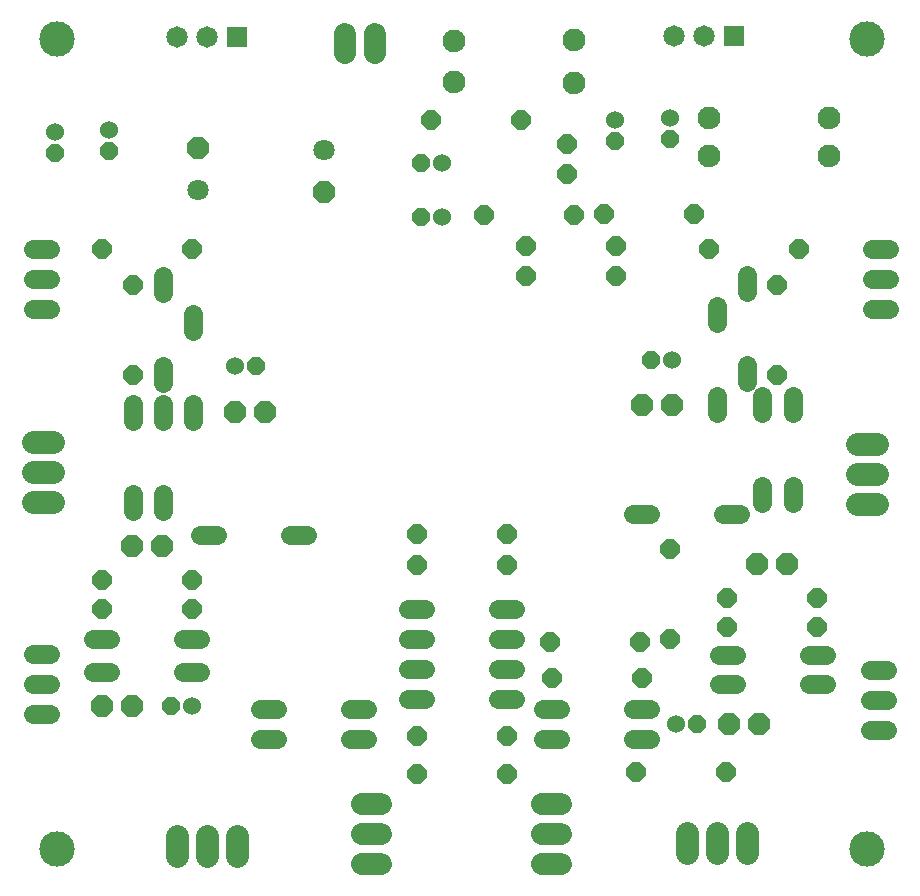
<source format=gbr>
G04 EAGLE Gerber RS-274X export*
G75*
%MOMM*%
%FSLAX34Y34*%
%LPD*%
%INSoldermask Bottom*%
%IPPOS*%
%AMOC8*
5,1,8,0,0,1.08239X$1,22.5*%
G01*
%ADD10C,3.003194*%
%ADD11C,1.930400*%
%ADD12P,1.759533X8X202.500000*%
%ADD13P,1.759533X8X22.500000*%
%ADD14R,1.812800X1.812800*%
%ADD15C,1.812800*%
%ADD16C,1.828800*%
%ADD17P,1.649562X8X292.500000*%
%ADD18C,1.524000*%
%ADD19P,1.649562X8X202.500000*%
%ADD20P,1.951982X8X112.500000*%
%ADD21C,1.803400*%
%ADD22P,1.951982X8X292.500000*%
%ADD23P,1.759533X8X292.500000*%
%ADD24C,1.625600*%
%ADD25P,1.649562X8X22.500000*%
%ADD26C,1.912800*%
%ADD27P,1.759533X8X112.500000*%
%ADD28P,1.951982X8X202.500000*%
%ADD29P,1.951982X8X22.500000*%


D10*
X38100Y38100D03*
X723900Y38100D03*
X723900Y723900D03*
X38100Y723900D03*
D11*
X374650Y722453D03*
X476250Y722807D03*
X476246Y686449D03*
X374654Y687691D03*
X692043Y624368D03*
X590443Y624368D03*
X590525Y657252D03*
X692125Y657252D03*
D12*
X476143Y574838D03*
X399943Y574838D03*
D13*
X501650Y575310D03*
X577850Y575310D03*
D12*
X511810Y523240D03*
X435610Y523240D03*
D13*
X435610Y548640D03*
X511810Y548640D03*
D12*
X431026Y654972D03*
X354826Y654972D03*
D14*
X611336Y726177D03*
D15*
X585936Y726177D03*
X560536Y726177D03*
D14*
X190500Y725170D03*
D15*
X165100Y725170D03*
X139700Y725170D03*
D16*
X307340Y728218D02*
X307340Y711962D01*
X281940Y711962D02*
X281940Y728218D01*
D17*
X510540Y637540D03*
D18*
X510540Y655320D03*
D17*
X82550Y628650D03*
D18*
X82550Y646430D03*
D19*
X346710Y572770D03*
D18*
X364490Y572770D03*
D17*
X36830Y627380D03*
D18*
X36830Y645160D03*
D17*
X557530Y638810D03*
D18*
X557530Y656590D03*
D19*
X346710Y618490D03*
D18*
X364490Y618490D03*
D20*
X157480Y631190D03*
D21*
X157480Y595630D03*
D22*
X264160Y594360D03*
D21*
X264160Y629920D03*
D23*
X469900Y635000D03*
X469900Y609600D03*
D24*
X350012Y241300D02*
X335788Y241300D01*
X335788Y215900D02*
X350012Y215900D01*
X411988Y215900D02*
X426212Y215900D01*
X426212Y241300D02*
X411988Y241300D01*
X350012Y190500D02*
X335788Y190500D01*
X335788Y165100D02*
X350012Y165100D01*
X411988Y190500D02*
X426212Y190500D01*
X426212Y165100D02*
X411988Y165100D01*
D16*
X312928Y25400D02*
X296672Y25400D01*
X296672Y50800D02*
X312928Y50800D01*
X312928Y76200D02*
X296672Y76200D01*
X449072Y25400D02*
X465328Y25400D01*
X465328Y50800D02*
X449072Y50800D01*
X449072Y76200D02*
X465328Y76200D01*
D19*
X541020Y452120D03*
D18*
X558800Y452120D03*
D25*
X207010Y447040D03*
D18*
X189230Y447040D03*
D19*
X134620Y158750D03*
D18*
X152400Y158750D03*
D25*
X580390Y143510D03*
D18*
X562610Y143510D03*
D24*
X128270Y400558D02*
X128270Y414782D01*
X128270Y338582D02*
X128270Y324358D01*
X598678Y177800D02*
X612902Y177800D01*
X674878Y177800D02*
X689102Y177800D01*
X596900Y483108D02*
X596900Y497332D01*
X596900Y421132D02*
X596900Y406908D01*
X622300Y509778D02*
X622300Y524002D01*
X622300Y447802D02*
X622300Y433578D01*
X102870Y338582D02*
X102870Y324358D01*
X102870Y400558D02*
X102870Y414782D01*
X235458Y303530D02*
X249682Y303530D01*
X173482Y303530D02*
X159258Y303530D01*
X210058Y156210D02*
X224282Y156210D01*
X286258Y156210D02*
X300482Y156210D01*
X661670Y330708D02*
X661670Y344932D01*
X661670Y406908D02*
X661670Y421132D01*
X540512Y321310D02*
X526288Y321310D01*
X602488Y321310D02*
X616712Y321310D01*
X540512Y156210D02*
X526288Y156210D01*
X464312Y156210D02*
X450088Y156210D01*
X300482Y130810D02*
X286258Y130810D01*
X224282Y130810D02*
X210058Y130810D01*
X159512Y215900D02*
X145288Y215900D01*
X83312Y215900D02*
X69088Y215900D01*
X69088Y187960D02*
X83312Y187960D01*
X145288Y187960D02*
X159512Y187960D01*
X153670Y476758D02*
X153670Y490982D01*
X153670Y414782D02*
X153670Y400558D01*
X128270Y432308D02*
X128270Y446532D01*
X128270Y508508D02*
X128270Y522732D01*
X635000Y421132D02*
X635000Y406908D01*
X635000Y344932D02*
X635000Y330708D01*
X464312Y130810D02*
X450088Y130810D01*
X526288Y130810D02*
X540512Y130810D01*
X674878Y201930D02*
X689102Y201930D01*
X612902Y201930D02*
X598678Y201930D01*
X32512Y495300D02*
X18288Y495300D01*
X18288Y546100D02*
X32512Y546100D01*
X32512Y520700D02*
X18288Y520700D01*
X18288Y152400D02*
X32512Y152400D01*
X32512Y203200D02*
X18288Y203200D01*
X18288Y177800D02*
X32512Y177800D01*
D26*
X35218Y382270D02*
X18122Y382270D01*
X18122Y356870D02*
X35218Y356870D01*
X35218Y331470D02*
X18122Y331470D01*
X139700Y49188D02*
X139700Y32092D01*
X165100Y32092D02*
X165100Y49188D01*
X190500Y49188D02*
X190500Y32092D01*
D24*
X728218Y495300D02*
X742442Y495300D01*
X742442Y546100D02*
X728218Y546100D01*
X728218Y520700D02*
X742442Y520700D01*
X741172Y138430D02*
X726948Y138430D01*
X726948Y189230D02*
X741172Y189230D01*
X741172Y163830D02*
X726948Y163830D01*
D26*
X571500Y51728D02*
X571500Y34632D01*
X596900Y34632D02*
X596900Y51728D01*
X622300Y51728D02*
X622300Y34632D01*
X715352Y330200D02*
X732448Y330200D01*
X732448Y355600D02*
X715352Y355600D01*
X715352Y381000D02*
X732448Y381000D01*
D12*
X419100Y304800D03*
X342900Y304800D03*
X532130Y213360D03*
X455930Y213360D03*
X666750Y546100D03*
X590550Y546100D03*
D27*
X647700Y439420D03*
X647700Y515620D03*
D12*
X681990Y250190D03*
X605790Y250190D03*
D27*
X557530Y215900D03*
X557530Y292100D03*
D12*
X604520Y102870D03*
X528320Y102870D03*
D13*
X605790Y226060D03*
X681990Y226060D03*
D12*
X419100Y101600D03*
X342900Y101600D03*
D13*
X76200Y546100D03*
X152400Y546100D03*
D27*
X102870Y439420D03*
X102870Y515620D03*
D13*
X76200Y265430D03*
X152400Y265430D03*
D12*
X419100Y278130D03*
X342900Y278130D03*
D13*
X342900Y133350D03*
X419100Y133350D03*
X76200Y241300D03*
X152400Y241300D03*
D12*
X533400Y182880D03*
X457200Y182880D03*
D28*
X558800Y414020D03*
X533400Y414020D03*
D29*
X631190Y279400D03*
X656590Y279400D03*
X607060Y143510D03*
X632460Y143510D03*
X189230Y407670D03*
X214630Y407670D03*
D28*
X101600Y158750D03*
X76200Y158750D03*
X127000Y294640D03*
X101600Y294640D03*
M02*

</source>
